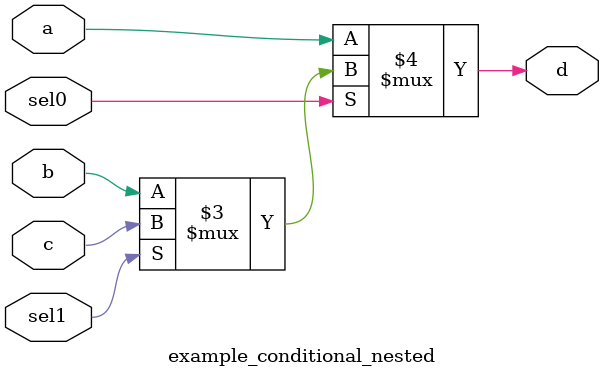
<source format=v>
module full_adder (input  a    , 
                   input  b    , 
                   input  cin  , 
                   output sum  , 
                   output cout);
assign sum  = a ^ b ^ cin                    ;
assign cout = (a & b) | (a & cin) | (b & cin); 
endmodule

//An Example of Using Wire and Reg Date Types
module example_wire_reg (input      a , 
                         input      b , 
                         output     c , 
                         output reg d );
wire e; 
reg  f; 

assign e  = a & b ;  //e must be a wire
always @(a, b) begin 
  f <= a | b;        //f must be a reg
end 

assign c  = e & f ;  //c output is in a default wire
always @(e, f) begin 
  d <= e | f;        //d output must be a reg
end 
endmodule

module example_equ_inequ();
wire a, b, sel; 
reg  c, d     ;
always @(a, b, sel) begin
  if (sel) begin
    c <= a;
  end else begin
    c <= b;
  end
end

always @(a, b, sel) begin
  if (~sel) begin
    d <= a;
  end else begin
    d <= b;
  end
end
endmodule

module example_logic_op();
//--- Bit-Wise Logic Design Code---//
reg  [3:0] a,b;
wire [3:0] c = a & b   ; // AND
wire [3:0] d = a | b   ; // OR
wire [3:0] e = a ^ b   ; // XOR
wire [3:0] f = ~(a & b); // NAND
wire [3:0] g = ~(a | b); // NOR

//--- Testbench ---//
initial begin
  a = 4'b1010; 
  b = 4'b0101;
  #10;
  $display ("Outputs c=%b, d=%b, e=%b, f=%b, g=%b 
      with Inputs a=%b, b=%b", c, d, e, f, g, a, b);
/* Printed log: # Outputs c=0000, d=1111, e=1111, 
f=1111, g=0000 with Inputs a=1010, b=0101 */
  
  a = 4'b1100; 
  b = 4'b1101;
  #10;   
  $display ("Outputs c=%b, d=%b, e=%b, f=%b, g=%b 
      with Inputs a=%b, b=%b", c, d, e, f, g, a, b);   
/* Printed log: # Outputs c=1100, d=1101, e=0001, 
f=0011, g=0010 with Inputs a=1100, b=1101 */
end
endmodule

module example1_reduction ();
//--- Reduction on Multi-Bit Signals Design Code---//
reg [3:0] a;
wire b = &a ;   // Reduction AND
wire c = |a ;   // Reduction OR
wire d = ^a ;   // Reduction XOR
wire e = ~&a;   // NOT Reduction AND
wire f = ~|a;   // NOT Reduction OR

//--- Testbench ---//
initial begin
  a = 4'b1010; 
  #10;
  $display ("Outputs b=%b, c=%b, d=%b, e=%b, f=%b, 
             with Input a=%b", b, c, d, e, f, a);
/*Printed log: # Outputs b=0, c=1, d=0, e=1, f=0, 
with Input a=1010*/
  
  a = 4'b1100; 
  #10;
  $display ("Outputs b=%b, c=%b, d=%b, e=%b, f=%b, 
             with Input a=%b", b, c, d, e, f, a);
/*Printed log: # Outputs b=0, c=1, d=0, e=1, f=0, 
with Input a=1100*/

  a = 4'b1111; 
  #10;
  $display ("Outputs b=%b, c=%b, d=%b, e=%b, f=%b, 
             with Input a=%b", b, c, d, e, f, a);
/*Printed log: # Outputs b=1, c=1, d=0, e=0, f=0, 
with Input a=1111*/

  a = 4'b0000; 
  #10;
  $display ("Outputs b=%b, c=%b, d=%b, e=%b, f=%b, 
              with Input a=%b", b, c, d, e, f, a);
/*Printed log: # Outputs b=0, c=0, d=0, e=1, f=1, 
with Input a=0000*/
end
endmodule

module example2_reduction ();
//--- Reduction on Multi-Bit Signals Design Code---//
reg [31:0] a,b; 
reg        c,d; 
always @(a) begin
  if(~|a) begin // Will be true when all bits are zeros
    c <= 1'b1; 
  end else begin
    c <= 1'b0; 
  end
end

always @(b) begin
  if(&b) begin  // Will be true when all bits are ones
    d <= 1'b1; 
  end else begin
    d <= 1'b0;
  end
end

//--- Testbench ---//
initial begin
  a = 32'h0; 
  b = 32'hffff_ffff;
  #10;
  $display ("Outputs c=%b, d=%b, with Inputs a=%h, b=%h", 
             c, d, a, b);
/*Printed log: # Outputs c=1, d=1, 
with Inputs a=00000000, b=ffffffff*/

  a = 32'h0123_4567; 
  b = 32'h89ab_cdef;
  #10;
  $display ("Outputs c=%b, d=%b, with Inputs a=%h, b=%h", 
             c, d, a, b);
/*Printed log: # Outputs c=0, d=0, 
with Inputs a=01234567, b=89abcdef*/
end
endmodule

module gr_lt ();
wire a, b;
always @(*) begin
//Greater than 4'h0 AND less than 4'h8
if(a>4'h0 & a<4'h8 );

//Greater than or equal to 4'h0 AND 
//less than or equal to 4'h8 
if(a>=4'h0 & a<=4'h8 ); 

//Signal "a" less than 4'ha OR signal "b" less than 4'hb
if(a<4'ha | b<4'hb); 
end
endmodule

module example_concatenation ();
//--- Concatenation Design Code---//
reg  [7 :0] a ; 
reg  [15:0] b ;  
reg  [7 :0] c ;  
wire [31:0] vec1 = {a, b, c}        ;
wire [15:0] vec2 = {b[7:0], b[15:8]};
wire [15:0] vec3 = {2{a}}           ; 

wire [9:0]  vec4 = {{2{1'b0}}, a}   ;
wire [9:0]  vec5 = {a, {2{1'b0}}}   ;

//--- Testbench ---//
initial begin
  a = 8'h12   ; 
  b = 16'h3456;
  c = 8'h78   ; 
  #10;
  $display ("Outputs vec1=%h, vec2=%h, vec3=%h, vec4=%h,
            vec5=%h, with Inputs a=%h, b=%h, c=%h", 
            vec1, vec2, vec3, vec4, vec5, a, b, c);
/* Printed log: Outputs vec1=12345678, vec2=5634, vec3=1212, 
vec4=012, vec5=048 with Inputs a=12, b=3456, c=78 */
end
endmodule

module example_con_mul ();
//--- Concatenation Design Code---//
reg  [7 :0] r,g,b ; 
wire [15:0] rx32 = {3'b0, r, 5'b0};
wire [15:0] gx64 = {2'b0, g, 6'b0};
wire [15:0] bx8  = {5'b0, b, 3'b0}; 

//--- Testbench ---//
initial begin
  r = 8'h12; 
  g = 8'h34;
  b = 8'h56; 
  #10;
  $display ("Outputs rx32=%h, gx64=%h, bx8=%h with Inputs 
            r=%h, g=%h, b=%h", rx32, gx64, bx8, r, g, b);
/*Printed log: Outputs rx32=0240, gx64=0d00, bx8=02b0,  
with Inputs r=12, g=34, b=56 */
end
endmodule

module example_shift ();  
//--- Logical Shift Design Code---//
reg  [3:0] a;
wire [3:0] lls2 = a<<2;
wire [3:0] lrs2 = a>>2;

//--- Testbench ---//
initial begin
  a  = 4'h1; 
  #10;
  $display ("Outputs lls2=%b, lrs2=%b 
             with Input a=%b", lls2, lrs2, a);
/* Printed log: # Outputs lls2=0100, lrs2=0000 
                  with Input a=0001 */
end
endmodule

//a) A 2-to1 Multiplexer Using Conditional Assignment
module example_conditional_mux (input  sel, a, b,
                                output c        ); 
assign c = ~sel ? a: b;   
endmodule

//b) A Tri-State Buffer Using Conditional Assignment
module example_conditional_tri (input        en ,
                                input  [1:0] a  ,
                                output [1:0] b  );
assign b = en ? a : 2'bzz ;  
endmodule

//c) A Latch Using Conditional Assignment
module example_conditional_latch (input  en, d ,
                                  output q     );
assign q = en ? d : q ;  
endmodule

//d) A 2-Stage Multiplexer Using Conditional Assignment
module example_conditional_nested (input  sel0, sel1,
                                   input  a,  b,  c,
                                   output d        );
assign d = ~sel0 ? a : 
               ~sel1 ? b: c ;  
endmodule



</source>
